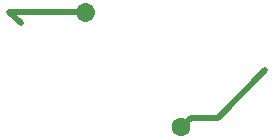
<source format=gbr>
G04 #@! TF.GenerationSoftware,KiCad,Pcbnew,5.1.5-52549c5~86~ubuntu19.10.1*
G04 #@! TF.CreationDate,2020-07-25T14:25:53+02:00*
G04 #@! TF.ProjectId,dummy,64756d6d-792e-46b6-9963-61645f706362,rev?*
G04 #@! TF.SameCoordinates,Original*
G04 #@! TF.FileFunction,Copper,L2,Bot*
G04 #@! TF.FilePolarity,Positive*
%FSLAX46Y46*%
G04 Gerber Fmt 4.6, Leading zero omitted, Abs format (unit mm)*
G04 Created by KiCad (PCBNEW 5.1.5-52549c5~86~ubuntu19.10.1) date 2020-07-25 14:25:53*
%MOMM*%
%LPD*%
G04 APERTURE LIST*
%ADD10C,1.600000*%
%ADD11C,1.600000*%
%ADD12C,0.500000*%
G04 APERTURE END LIST*
D10*
X110200597Y-67995236D02*
X110200597Y-67995236D01*
D11*
X118364000Y-77724000D03*
D12*
X110200597Y-67995236D02*
X103835764Y-67995236D01*
X103835764Y-67995236D02*
X104775000Y-68934472D01*
X119163999Y-76924001D02*
X121449999Y-76924001D01*
X118364000Y-77724000D02*
X119163999Y-76924001D01*
X121449999Y-76924001D02*
X125476000Y-72898000D01*
M02*

</source>
